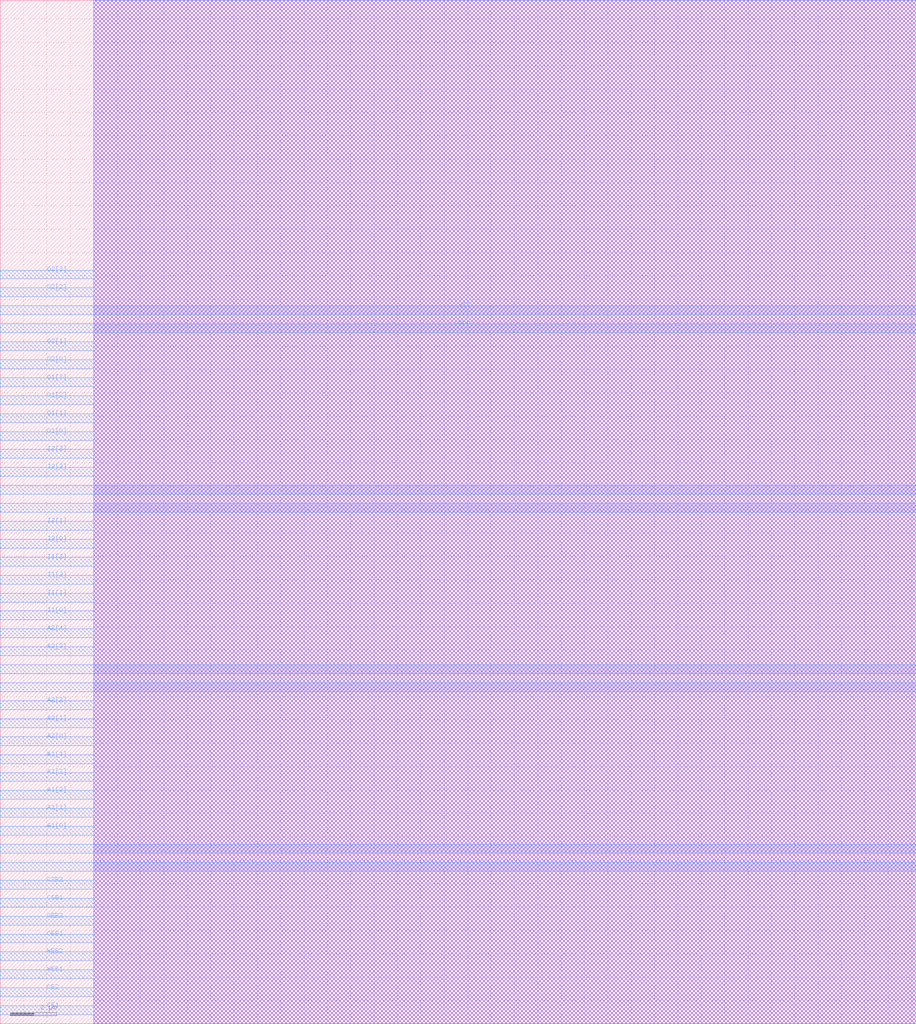
<source format=lef>
VERSION 5.6 ;
BUSBITCHARS "[]" ;
DIVIDERCHAR "/" ;

MACRO SRAM2RW32x4
  CLASS BLOCK ;
  ORIGIN 0 0 ;
  FOREIGN SRAM2RW32x4 0 0 ;
  SIZE 39.2 BY 43.808 ;
  SYMMETRY X Y ;
  SITE coreSite ;
  PIN VDD
    DIRECTION INOUT ;
    USE POWER ;
    PORT 
      LAYER M4 ;
        RECT 0.0 6.528 39.2 6.912 ;
        RECT 0.0 14.208 39.2 14.592 ;
        RECT 0.0 21.888 39.2 22.272 ;
        RECT 0.0 29.568 39.2 29.952 ;
    END 
  END VDD
  PIN VSS
    DIRECTION INOUT ;
    USE GROUND ;
    PORT 
      LAYER M4 ;
        RECT 0.0 7.296 39.2 7.68 ;
        RECT 0.0 14.976 39.2 15.36 ;
        RECT 0.0 22.656 39.2 23.04 ;
        RECT 0.0 30.336 39.2 30.72 ;
    END 
  END VSS
  PIN CE1
    DIRECTION INPUT ;
    USE SIGNAL ;
    PORT 
      LAYER M4 ;
        RECT 0.0 0.384 4.0 0.768 ;
    END 
  END CE1
  PIN CE2
    DIRECTION INPUT ;
    USE SIGNAL ;
    PORT 
      LAYER M4 ;
        RECT 0.0 1.152 4.0 1.536 ;
    END 
  END CE2
  PIN WEB1
    DIRECTION INPUT ;
    USE SIGNAL ;
    PORT 
      LAYER M4 ;
        RECT 0.0 1.92 4.0 2.304 ;
    END 
  END WEB1
  PIN WEB2
    DIRECTION INPUT ;
    USE SIGNAL ;
    PORT 
      LAYER M4 ;
        RECT 0.0 2.688 4.0 3.072 ;
    END 
  END WEB2
  PIN OEB1
    DIRECTION INPUT ;
    USE SIGNAL ;
    PORT 
      LAYER M4 ;
        RECT 0.0 3.456 4.0 3.84 ;
    END 
  END OEB1
  PIN OEB2
    DIRECTION INPUT ;
    USE SIGNAL ;
    PORT 
      LAYER M4 ;
        RECT 0.0 4.224 4.0 4.608 ;
    END 
  END OEB2
  PIN CSB1
    DIRECTION INPUT ;
    USE SIGNAL ;
    PORT 
      LAYER M4 ;
        RECT 0.0 4.992 4.0 5.376 ;
    END 
  END CSB1
  PIN CSB2
    DIRECTION INPUT ;
    USE SIGNAL ;
    PORT 
      LAYER M4 ;
        RECT 0.0 5.76 4.0 6.144 ;
    END 
  END CSB2
  PIN A1[0]
    DIRECTION INPUT ;
    USE SIGNAL ;
    PORT 
      LAYER M4 ;
        RECT 0.0 8.064 4.0 8.448 ;
    END 
  END A1[0]
  PIN A1[1]
    DIRECTION INPUT ;
    USE SIGNAL ;
    PORT 
      LAYER M4 ;
        RECT 0.0 8.832 4.0 9.216 ;
    END 
  END A1[1]
  PIN A1[2]
    DIRECTION INPUT ;
    USE SIGNAL ;
    PORT 
      LAYER M4 ;
        RECT 0.0 9.6 4.0 9.984 ;
    END 
  END A1[2]
  PIN A1[3]
    DIRECTION INPUT ;
    USE SIGNAL ;
    PORT 
      LAYER M4 ;
        RECT 0.0 10.368 4.0 10.752 ;
    END 
  END A1[3]
  PIN A1[4]
    DIRECTION INPUT ;
    USE SIGNAL ;
    PORT 
      LAYER M4 ;
        RECT 0.0 11.136 4.0 11.52 ;
    END 
  END A1[4]
  PIN A2[0]
    DIRECTION INPUT ;
    USE SIGNAL ;
    PORT 
      LAYER M4 ;
        RECT 0.0 11.904 4.0 12.288 ;
    END 
  END A2[0]
  PIN A2[1]
    DIRECTION INPUT ;
    USE SIGNAL ;
    PORT 
      LAYER M4 ;
        RECT 0.0 12.672 4.0 13.056 ;
    END 
  END A2[1]
  PIN A2[2]
    DIRECTION INPUT ;
    USE SIGNAL ;
    PORT 
      LAYER M4 ;
        RECT 0.0 13.44 4.0 13.824 ;
    END 
  END A2[2]
  PIN A2[3]
    DIRECTION INPUT ;
    USE SIGNAL ;
    PORT 
      LAYER M4 ;
        RECT 0.0 15.744 4.0 16.128 ;
    END 
  END A2[3]
  PIN A2[4]
    DIRECTION INPUT ;
    USE SIGNAL ;
    PORT 
      LAYER M4 ;
        RECT 0.0 16.512 4.0 16.896 ;
    END 
  END A2[4]
  PIN I1[0]
    DIRECTION INPUT ;
    USE SIGNAL ;
    PORT 
      LAYER M4 ;
        RECT 0.0 17.28 4.0 17.664 ;
    END 
  END I1[0]
  PIN I1[1]
    DIRECTION INPUT ;
    USE SIGNAL ;
    PORT 
      LAYER M4 ;
        RECT 0.0 18.048 4.0 18.432 ;
    END 
  END I1[1]
  PIN I1[2]
    DIRECTION INPUT ;
    USE SIGNAL ;
    PORT 
      LAYER M4 ;
        RECT 0.0 18.816 4.0 19.2 ;
    END 
  END I1[2]
  PIN I1[3]
    DIRECTION INPUT ;
    USE SIGNAL ;
    PORT 
      LAYER M4 ;
        RECT 0.0 19.584 4.0 19.968 ;
    END 
  END I1[3]
  PIN I2[0]
    DIRECTION INPUT ;
    USE SIGNAL ;
    PORT 
      LAYER M4 ;
        RECT 0.0 20.352 4.0 20.736 ;
    END 
  END I2[0]
  PIN I2[1]
    DIRECTION INPUT ;
    USE SIGNAL ;
    PORT 
      LAYER M4 ;
        RECT 0.0 21.12 4.0 21.504 ;
    END 
  END I2[1]
  PIN I2[2]
    DIRECTION INPUT ;
    USE SIGNAL ;
    PORT 
      LAYER M4 ;
        RECT 0.0 23.424 4.0 23.808 ;
    END 
  END I2[2]
  PIN I2[3]
    DIRECTION INPUT ;
    USE SIGNAL ;
    PORT 
      LAYER M4 ;
        RECT 0.0 24.192 4.0 24.576 ;
    END 
  END I2[3]
  PIN O1[0]
    DIRECTION OUTPUT ;
    USE SIGNAL ;
    PORT 
      LAYER M4 ;
        RECT 0.0 24.96 4.0 25.344 ;
    END 
  END O1[0]
  PIN O1[1]
    DIRECTION OUTPUT ;
    USE SIGNAL ;
    PORT 
      LAYER M4 ;
        RECT 0.0 25.728 4.0 26.112 ;
    END 
  END O1[1]
  PIN O1[2]
    DIRECTION OUTPUT ;
    USE SIGNAL ;
    PORT 
      LAYER M4 ;
        RECT 0.0 26.496 4.0 26.88 ;
    END 
  END O1[2]
  PIN O1[3]
    DIRECTION OUTPUT ;
    USE SIGNAL ;
    PORT 
      LAYER M4 ;
        RECT 0.0 27.264 4.0 27.648 ;
    END 
  END O1[3]
  PIN O2[0]
    DIRECTION OUTPUT ;
    USE SIGNAL ;
    PORT 
      LAYER M4 ;
        RECT 0.0 28.032 4.0 28.416 ;
    END 
  END O2[0]
  PIN O2[1]
    DIRECTION OUTPUT ;
    USE SIGNAL ;
    PORT 
      LAYER M4 ;
        RECT 0.0 28.8 4.0 29.184 ;
    END 
  END O2[1]
  PIN O2[2]
    DIRECTION OUTPUT ;
    USE SIGNAL ;
    PORT 
      LAYER M4 ;
        RECT 0.0 31.104 4.0 31.488 ;
    END 
  END O2[2]
  PIN O2[3]
    DIRECTION OUTPUT ;
    USE SIGNAL ;
    PORT 
      LAYER M4 ;
        RECT 0.0 31.872 4.0 32.256 ;
    END 
  END O2[3]
  OBS 
    LAYER M1 ;
      RECT 4.0 0.0 39.2 43.808 ;
    LAYER M2 ;
      RECT 4.0 0.0 39.2 43.808 ;
    LAYER M3 ;
      RECT 4.0 0.0 39.2 43.808 ;
  END 
END SRAM2RW32x4

END LIBRARY
</source>
